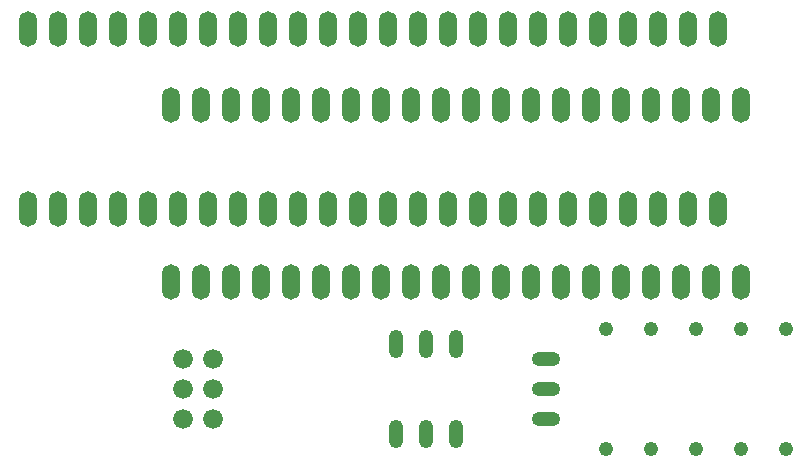
<source format=gbr>
G04 #@! TF.GenerationSoftware,KiCad,Pcbnew,(5.0.0)*
G04 #@! TF.CreationDate,2018-09-19T19:41:42-05:00*
G04 #@! TF.ProjectId,27C160_Adapter,3237433136305F416461707465722E6B,rev?*
G04 #@! TF.SameCoordinates,Original*
G04 #@! TF.FileFunction,Soldermask,Top*
G04 #@! TF.FilePolarity,Negative*
%FSLAX46Y46*%
G04 Gerber Fmt 4.6, Leading zero omitted, Abs format (unit mm)*
G04 Created by KiCad (PCBNEW (5.0.0)) date 09/19/18 19:41:42*
%MOMM*%
%LPD*%
G01*
G04 APERTURE LIST*
%ADD10O,1.500000X3.000000*%
%ADD11C,1.219200*%
%ADD12O,1.219200X2.438400*%
%ADD13C,1.676400*%
%ADD14O,2.438400X1.219200*%
G04 APERTURE END LIST*
D10*
G04 #@! TO.C,U1*
X130086000Y-109959000D03*
X132626000Y-109959000D03*
X135166000Y-109959000D03*
X137706000Y-109959000D03*
X140246000Y-109959000D03*
X142786000Y-109959000D03*
X145326000Y-109959000D03*
X147866000Y-109959000D03*
X150406000Y-109959000D03*
X152946000Y-109959000D03*
X155486000Y-109959000D03*
X158026000Y-109959000D03*
X160566000Y-109959000D03*
X163106000Y-109959000D03*
X165646000Y-109959000D03*
X168186000Y-109959000D03*
X170726000Y-109959000D03*
X173266000Y-109959000D03*
X175806000Y-109959000D03*
X178346000Y-109959000D03*
X178346000Y-94969000D03*
X175806000Y-94969000D03*
X173266000Y-94969000D03*
X170726000Y-94969000D03*
X168186000Y-94969000D03*
X165646000Y-94969000D03*
X163106000Y-94969000D03*
X160566000Y-94969000D03*
X158026000Y-94969000D03*
X155486000Y-94969000D03*
X152946000Y-94969000D03*
X150406000Y-94969000D03*
X147866000Y-94969000D03*
X145326000Y-94969000D03*
X142786000Y-94969000D03*
X140246000Y-94969000D03*
X137706000Y-94969000D03*
X135166000Y-94969000D03*
X132626000Y-94969000D03*
X130086000Y-94969000D03*
G04 #@! TD*
D11*
G04 #@! TO.C,R1*
X182156000Y-113894000D03*
X182156000Y-124054000D03*
G04 #@! TD*
G04 #@! TO.C,R2*
X178346000Y-113894000D03*
X178346000Y-124054000D03*
G04 #@! TD*
D12*
G04 #@! TO.C,SW2*
X149136000Y-122784000D03*
X151676000Y-122784000D03*
X154216000Y-122784000D03*
X154216000Y-115164000D03*
X149136000Y-115164000D03*
X151676000Y-115164000D03*
G04 #@! TD*
D11*
G04 #@! TO.C,R3*
X174536000Y-113894000D03*
X174536000Y-124054000D03*
G04 #@! TD*
D13*
G04 #@! TO.C,SW1*
X131086000Y-118974000D03*
X133626000Y-118974000D03*
X131086000Y-121514000D03*
X131086000Y-116434000D03*
X133626000Y-121514000D03*
X133626000Y-116434000D03*
G04 #@! TD*
D11*
G04 #@! TO.C,R4*
X170726000Y-113894000D03*
X170726000Y-124054000D03*
G04 #@! TD*
G04 #@! TO.C,R5*
X166916000Y-124054000D03*
X166916000Y-113894000D03*
G04 #@! TD*
D14*
G04 #@! TO.C,Q1*
X161836000Y-121514000D03*
X161836000Y-116434000D03*
X161836000Y-118974000D03*
G04 #@! TD*
D10*
G04 #@! TO.C,ZX1*
X118021000Y-103733600D03*
X120561000Y-103733600D03*
X123101000Y-103733600D03*
X125641000Y-103733600D03*
X128181000Y-103733600D03*
X130721000Y-103733600D03*
X133261000Y-103733600D03*
X135801000Y-103733600D03*
X138341000Y-103733600D03*
X140881000Y-103733600D03*
X143421000Y-103733600D03*
X145961000Y-103733600D03*
X148501000Y-103733600D03*
X151041000Y-103733600D03*
X153581000Y-103733600D03*
X156121000Y-103733600D03*
X158661000Y-103733600D03*
X161201000Y-103733600D03*
X163741000Y-103733600D03*
X166281000Y-103733600D03*
X168821000Y-103733600D03*
X171361000Y-103733600D03*
X173901000Y-103733600D03*
X176441000Y-103733600D03*
X176441000Y-88493600D03*
X173901000Y-88493600D03*
X171361000Y-88493600D03*
X168821000Y-88493600D03*
X166281000Y-88493600D03*
X163741000Y-88493600D03*
X161201000Y-88493600D03*
X158661000Y-88493600D03*
X156121000Y-88493600D03*
X153581000Y-88493600D03*
X151041000Y-88493600D03*
X148501000Y-88493600D03*
X145961000Y-88493600D03*
X143421000Y-88493600D03*
X140881000Y-88493600D03*
X138341000Y-88493600D03*
X135801000Y-88493600D03*
X133261000Y-88493600D03*
X130721000Y-88493600D03*
X128181000Y-88493600D03*
X125641000Y-88493600D03*
X123101000Y-88493600D03*
X120561000Y-88493600D03*
X118021000Y-88493600D03*
G04 #@! TD*
M02*

</source>
